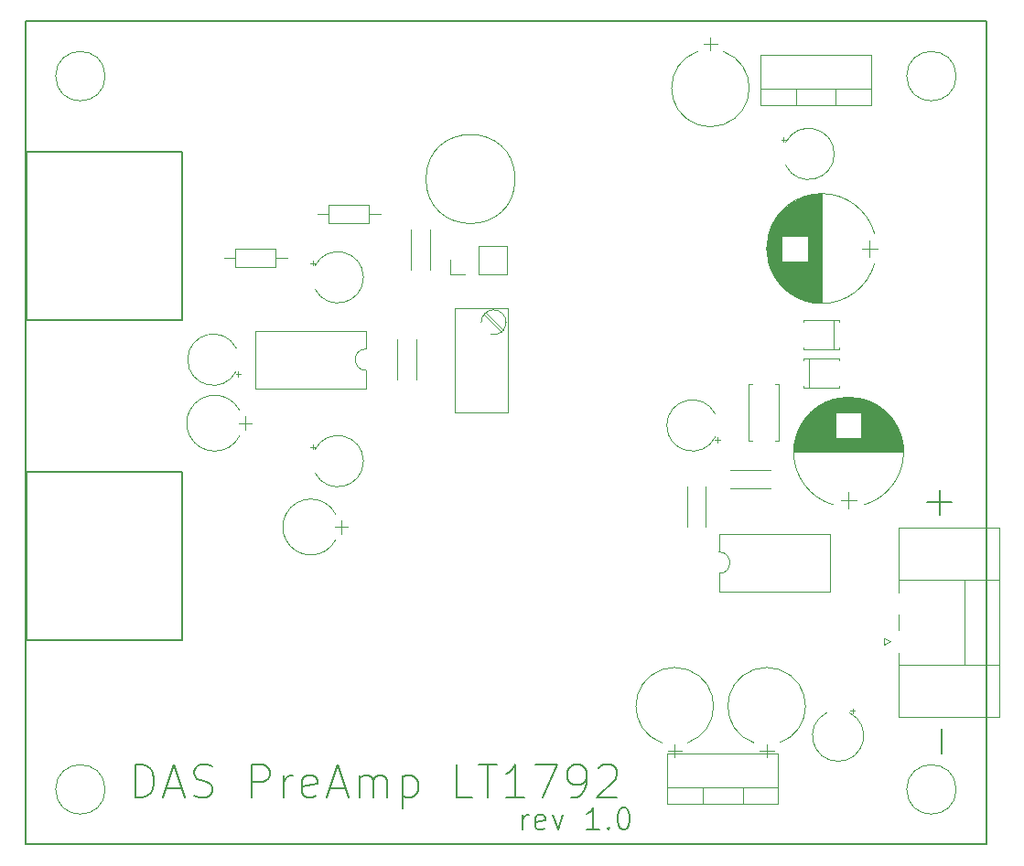
<source format=gbr>
G04 #@! TF.GenerationSoftware,KiCad,Pcbnew,5.1.4-e60b266~84~ubuntu18.04.1*
G04 #@! TF.CreationDate,2019-10-16T17:25:34-03:00*
G04 #@! TF.ProjectId,preamp,70726561-6d70-42e6-9b69-6361645f7063,rev?*
G04 #@! TF.SameCoordinates,Original*
G04 #@! TF.FileFunction,Legend,Top*
G04 #@! TF.FilePolarity,Positive*
%FSLAX45Y45*%
G04 Gerber Fmt 4.5, Leading zero omitted, Abs format (unit mm)*
G04 Created by KiCad (PCBNEW 5.1.4-e60b266~84~ubuntu18.04.1) date 2019-10-16 17:25:34*
%MOMM*%
%LPD*%
G04 APERTURE LIST*
%ADD10C,0.150000*%
%ADD11C,0.200000*%
%ADD12C,0.120000*%
G04 APERTURE END LIST*
D10*
X9682224Y-12561876D02*
X9682224Y-12428543D01*
X9682224Y-12466638D02*
X9691748Y-12447590D01*
X9701271Y-12438067D01*
X9720319Y-12428543D01*
X9739367Y-12428543D01*
X9882224Y-12552352D02*
X9863176Y-12561876D01*
X9825081Y-12561876D01*
X9806033Y-12552352D01*
X9796510Y-12533305D01*
X9796510Y-12457114D01*
X9806033Y-12438067D01*
X9825081Y-12428543D01*
X9863176Y-12428543D01*
X9882224Y-12438067D01*
X9891748Y-12457114D01*
X9891748Y-12476162D01*
X9796510Y-12495209D01*
X9958414Y-12428543D02*
X10006033Y-12561876D01*
X10053652Y-12428543D01*
X10386986Y-12561876D02*
X10272700Y-12561876D01*
X10329843Y-12561876D02*
X10329843Y-12361876D01*
X10310795Y-12390448D01*
X10291748Y-12409495D01*
X10272700Y-12419019D01*
X10472700Y-12542828D02*
X10482224Y-12552352D01*
X10472700Y-12561876D01*
X10463176Y-12552352D01*
X10472700Y-12542828D01*
X10472700Y-12561876D01*
X10606033Y-12361876D02*
X10625081Y-12361876D01*
X10644129Y-12371400D01*
X10653652Y-12380924D01*
X10663176Y-12399971D01*
X10672700Y-12438067D01*
X10672700Y-12485686D01*
X10663176Y-12523781D01*
X10653652Y-12542828D01*
X10644129Y-12552352D01*
X10625081Y-12561876D01*
X10606033Y-12561876D01*
X10586986Y-12552352D01*
X10577462Y-12542828D01*
X10567938Y-12523781D01*
X10558414Y-12485686D01*
X10558414Y-12438067D01*
X10567938Y-12399971D01*
X10577462Y-12380924D01*
X10586986Y-12371400D01*
X10606033Y-12361876D01*
X6097071Y-12264214D02*
X6097071Y-11964214D01*
X6168500Y-11964214D01*
X6211357Y-11978500D01*
X6239928Y-12007071D01*
X6254214Y-12035643D01*
X6268500Y-12092786D01*
X6268500Y-12135643D01*
X6254214Y-12192786D01*
X6239928Y-12221357D01*
X6211357Y-12249928D01*
X6168500Y-12264214D01*
X6097071Y-12264214D01*
X6382786Y-12178500D02*
X6525643Y-12178500D01*
X6354214Y-12264214D02*
X6454214Y-11964214D01*
X6554214Y-12264214D01*
X6639928Y-12249928D02*
X6682786Y-12264214D01*
X6754214Y-12264214D01*
X6782786Y-12249928D01*
X6797071Y-12235643D01*
X6811357Y-12207071D01*
X6811357Y-12178500D01*
X6797071Y-12149928D01*
X6782786Y-12135643D01*
X6754214Y-12121357D01*
X6697071Y-12107071D01*
X6668500Y-12092786D01*
X6654214Y-12078500D01*
X6639928Y-12049928D01*
X6639928Y-12021357D01*
X6654214Y-11992786D01*
X6668500Y-11978500D01*
X6697071Y-11964214D01*
X6768500Y-11964214D01*
X6811357Y-11978500D01*
X7168500Y-12264214D02*
X7168500Y-11964214D01*
X7282786Y-11964214D01*
X7311357Y-11978500D01*
X7325643Y-11992786D01*
X7339928Y-12021357D01*
X7339928Y-12064214D01*
X7325643Y-12092786D01*
X7311357Y-12107071D01*
X7282786Y-12121357D01*
X7168500Y-12121357D01*
X7468500Y-12264214D02*
X7468500Y-12064214D01*
X7468500Y-12121357D02*
X7482786Y-12092786D01*
X7497071Y-12078500D01*
X7525643Y-12064214D01*
X7554214Y-12064214D01*
X7768500Y-12249928D02*
X7739928Y-12264214D01*
X7682786Y-12264214D01*
X7654214Y-12249928D01*
X7639928Y-12221357D01*
X7639928Y-12107071D01*
X7654214Y-12078500D01*
X7682786Y-12064214D01*
X7739928Y-12064214D01*
X7768500Y-12078500D01*
X7782786Y-12107071D01*
X7782786Y-12135643D01*
X7639928Y-12164214D01*
X7897071Y-12178500D02*
X8039928Y-12178500D01*
X7868500Y-12264214D02*
X7968500Y-11964214D01*
X8068500Y-12264214D01*
X8168500Y-12264214D02*
X8168500Y-12064214D01*
X8168500Y-12092786D02*
X8182786Y-12078500D01*
X8211357Y-12064214D01*
X8254214Y-12064214D01*
X8282786Y-12078500D01*
X8297071Y-12107071D01*
X8297071Y-12264214D01*
X8297071Y-12107071D02*
X8311357Y-12078500D01*
X8339928Y-12064214D01*
X8382786Y-12064214D01*
X8411357Y-12078500D01*
X8425643Y-12107071D01*
X8425643Y-12264214D01*
X8568500Y-12064214D02*
X8568500Y-12364214D01*
X8568500Y-12078500D02*
X8597071Y-12064214D01*
X8654214Y-12064214D01*
X8682786Y-12078500D01*
X8697071Y-12092786D01*
X8711357Y-12121357D01*
X8711357Y-12207071D01*
X8697071Y-12235643D01*
X8682786Y-12249928D01*
X8654214Y-12264214D01*
X8597071Y-12264214D01*
X8568500Y-12249928D01*
X9211357Y-12264214D02*
X9068500Y-12264214D01*
X9068500Y-11964214D01*
X9268500Y-11964214D02*
X9439929Y-11964214D01*
X9354214Y-12264214D02*
X9354214Y-11964214D01*
X9697071Y-12264214D02*
X9525643Y-12264214D01*
X9611357Y-12264214D02*
X9611357Y-11964214D01*
X9582786Y-12007071D01*
X9554214Y-12035643D01*
X9525643Y-12049928D01*
X9797071Y-11964214D02*
X9997071Y-11964214D01*
X9868500Y-12264214D01*
X10125643Y-12264214D02*
X10182786Y-12264214D01*
X10211357Y-12249928D01*
X10225643Y-12235643D01*
X10254214Y-12192786D01*
X10268500Y-12135643D01*
X10268500Y-12021357D01*
X10254214Y-11992786D01*
X10239929Y-11978500D01*
X10211357Y-11964214D01*
X10154214Y-11964214D01*
X10125643Y-11978500D01*
X10111357Y-11992786D01*
X10097071Y-12021357D01*
X10097071Y-12092786D01*
X10111357Y-12121357D01*
X10125643Y-12135643D01*
X10154214Y-12149928D01*
X10211357Y-12149928D01*
X10239929Y-12135643D01*
X10254214Y-12121357D01*
X10268500Y-12092786D01*
X10382786Y-11992786D02*
X10397071Y-11978500D01*
X10425643Y-11964214D01*
X10497071Y-11964214D01*
X10525643Y-11978500D01*
X10539929Y-11992786D01*
X10554214Y-12021357D01*
X10554214Y-12049928D01*
X10539929Y-12092786D01*
X10368500Y-12264214D01*
X10554214Y-12264214D01*
X13559628Y-11861786D02*
X13559628Y-11633214D01*
X13423914Y-9533729D02*
X13652486Y-9533729D01*
X13538200Y-9648014D02*
X13538200Y-9419443D01*
D11*
X5080000Y-5080000D02*
X13970000Y-5080000D01*
X13970000Y-5080000D02*
X13970000Y-12700000D01*
X5080000Y-12700000D02*
X13970000Y-12700000D01*
X5080000Y-5080000D02*
X5080000Y-12700000D01*
D10*
X6532890Y-10813034D02*
X6532890Y-9252966D01*
X6532890Y-9252966D02*
X5092710Y-9252966D01*
X5092710Y-9252966D02*
X5092710Y-10813034D01*
X5092710Y-10813034D02*
X6532890Y-10813034D01*
X6532890Y-7850134D02*
X6532890Y-6290066D01*
X6532890Y-6290066D02*
X5092710Y-6290066D01*
X5092710Y-6290066D02*
X5092710Y-7850134D01*
X5092710Y-7850134D02*
X6532890Y-7850134D01*
D12*
X7738571Y-7295100D02*
X7738571Y-7340100D01*
X7716071Y-7317600D02*
X7761071Y-7317600D01*
X7757826Y-7557100D02*
G75*
G03X7757826Y-7345100I211974J106000D01*
G01*
X9271000Y-7422800D02*
X9531000Y-7422800D01*
X9531000Y-7422800D02*
X9531000Y-7156800D01*
X9531000Y-7156800D02*
X9271000Y-7156800D01*
X9271000Y-7156800D02*
X9271000Y-7422800D01*
X9144000Y-7422800D02*
X9011000Y-7422800D01*
X9011000Y-7422800D02*
X9011000Y-7289800D01*
X9609600Y-6540500D02*
G75*
G03X9609600Y-6540500I-412000J0D01*
G01*
X13156200Y-11518400D02*
X14092200Y-11518400D01*
X14092200Y-11518400D02*
X14092200Y-9772400D01*
X14092200Y-9772400D02*
X13156200Y-9772400D01*
X13156200Y-11518400D02*
X13156200Y-10925400D01*
X13156200Y-9772400D02*
X13156200Y-10365400D01*
X13156200Y-10715400D02*
X13156200Y-10575400D01*
X13764200Y-11038400D02*
X13764200Y-10252400D01*
X13156200Y-11038400D02*
X14092200Y-11038400D01*
X13156200Y-10252400D02*
X14092200Y-10252400D01*
X13024200Y-10790400D02*
X13084200Y-10820400D01*
X13084200Y-10820400D02*
X13024200Y-10850400D01*
X13024200Y-10850400D02*
X13024200Y-10790400D01*
X5816600Y-5588000D02*
G75*
G03X5816600Y-5588000I-228600J0D01*
G01*
X8520800Y-8399100D02*
X8520800Y-8027100D01*
X8692800Y-8399100D02*
X8692800Y-8027100D01*
X13690600Y-5588000D02*
G75*
G03X13690600Y-5588000I-228600J0D01*
G01*
X8231800Y-8313100D02*
G75*
G02X8231800Y-8113100I0J100000D01*
G01*
X8231800Y-8113100D02*
X8231800Y-7948100D01*
X8231800Y-7948100D02*
X7203800Y-7948100D01*
X7203800Y-7948100D02*
X7203800Y-8478100D01*
X7203800Y-8478100D02*
X8231800Y-8478100D01*
X8231800Y-8478100D02*
X8231800Y-8313100D01*
X8647800Y-7383100D02*
X8647800Y-7011100D01*
X8819800Y-7383100D02*
X8819800Y-7011100D01*
X11819874Y-11082291D02*
G75*
G03X11820000Y-11760353I118126J-339009D01*
G01*
X12056126Y-11082291D02*
G75*
G02X12056000Y-11760353I-118126J-339009D01*
G01*
X12056126Y-11082291D02*
G75*
G03X11820000Y-11082247I-118126J-339009D01*
G01*
X11938000Y-11891300D02*
X11938000Y-11771300D01*
X11873000Y-11831300D02*
X12003000Y-11831300D01*
X10968974Y-11082291D02*
G75*
G03X10969100Y-11760353I118126J-339009D01*
G01*
X11205226Y-11082291D02*
G75*
G02X11205100Y-11760353I-118126J-339009D01*
G01*
X11205226Y-11082291D02*
G75*
G03X10969100Y-11082247I-118126J-339009D01*
G01*
X11087100Y-11891300D02*
X11087100Y-11771300D01*
X11022100Y-11831300D02*
X11152100Y-11831300D01*
X11956356Y-7322726D02*
G75*
G03X12936136Y-7322400I489844J138326D01*
G01*
X11956356Y-7046074D02*
G75*
G02X12936136Y-7046400I489844J-138326D01*
G01*
X11956356Y-7046074D02*
G75*
G03X11956264Y-7322400I489844J-138326D01*
G01*
X12446200Y-7689400D02*
X12446200Y-6679400D01*
X12442200Y-7689400D02*
X12442200Y-6679400D01*
X12438200Y-7689400D02*
X12438200Y-6679400D01*
X12434200Y-7689300D02*
X12434200Y-6679500D01*
X12430200Y-7689200D02*
X12430200Y-6679600D01*
X12426200Y-7689100D02*
X12426200Y-6679700D01*
X12422200Y-7688900D02*
X12422200Y-6679900D01*
X12418200Y-7688700D02*
X12418200Y-6680100D01*
X12414200Y-7688400D02*
X12414200Y-6680400D01*
X12410200Y-7688200D02*
X12410200Y-6680600D01*
X12406200Y-7687900D02*
X12406200Y-6680900D01*
X12402200Y-7687500D02*
X12402200Y-6681300D01*
X12398200Y-7687200D02*
X12398200Y-6681600D01*
X12394200Y-7686800D02*
X12394200Y-6682000D01*
X12390200Y-7686400D02*
X12390200Y-6682400D01*
X12386200Y-7685900D02*
X12386200Y-6682900D01*
X12382200Y-7685400D02*
X12382200Y-6683400D01*
X12378200Y-7684900D02*
X12378200Y-6683900D01*
X12374100Y-7684300D02*
X12374100Y-6684500D01*
X12370100Y-7683700D02*
X12370100Y-6685100D01*
X12366100Y-7683100D02*
X12366100Y-6685700D01*
X12362100Y-7682500D02*
X12362100Y-6686300D01*
X12358100Y-7681800D02*
X12358100Y-6687000D01*
X12354100Y-7681100D02*
X12354100Y-6687700D01*
X12350100Y-7680300D02*
X12350100Y-6688500D01*
X12346100Y-7679500D02*
X12346100Y-6689300D01*
X12342100Y-7678700D02*
X12342100Y-6690100D01*
X12338100Y-7677900D02*
X12338100Y-6690900D01*
X12334100Y-7677000D02*
X12334100Y-6691800D01*
X12330100Y-7676100D02*
X12330100Y-6692700D01*
X12326100Y-7675100D02*
X12326100Y-6693700D01*
X12322100Y-7674100D02*
X12322100Y-6694700D01*
X12318100Y-7673100D02*
X12318100Y-6695700D01*
X12314100Y-7672000D02*
X12314100Y-7302500D01*
X12314100Y-7066300D02*
X12314100Y-6696800D01*
X12310100Y-7670900D02*
X12310100Y-7302500D01*
X12310100Y-7066300D02*
X12310100Y-6697900D01*
X12306100Y-7669800D02*
X12306100Y-7302500D01*
X12306100Y-7066300D02*
X12306100Y-6699000D01*
X12302100Y-7668700D02*
X12302100Y-7302500D01*
X12302100Y-7066300D02*
X12302100Y-6700100D01*
X12298100Y-7667500D02*
X12298100Y-7302500D01*
X12298100Y-7066300D02*
X12298100Y-6701300D01*
X12294100Y-7666200D02*
X12294100Y-7302500D01*
X12294100Y-7066300D02*
X12294100Y-6702600D01*
X12290100Y-7665000D02*
X12290100Y-7302500D01*
X12290100Y-7066300D02*
X12290100Y-6703800D01*
X12286100Y-7663600D02*
X12286100Y-7302500D01*
X12286100Y-7066300D02*
X12286100Y-6705200D01*
X12282100Y-7662300D02*
X12282100Y-7302500D01*
X12282100Y-7066300D02*
X12282100Y-6706500D01*
X12278100Y-7660900D02*
X12278100Y-7302500D01*
X12278100Y-7066300D02*
X12278100Y-6707900D01*
X12274100Y-7659500D02*
X12274100Y-7302500D01*
X12274100Y-7066300D02*
X12274100Y-6709300D01*
X12270100Y-7658100D02*
X12270100Y-7302500D01*
X12270100Y-7066300D02*
X12270100Y-6710700D01*
X12266100Y-7656600D02*
X12266100Y-7302500D01*
X12266100Y-7066300D02*
X12266100Y-6712200D01*
X12262100Y-7655000D02*
X12262100Y-7302500D01*
X12262100Y-7066300D02*
X12262100Y-6713800D01*
X12258100Y-7653500D02*
X12258100Y-7302500D01*
X12258100Y-7066300D02*
X12258100Y-6715300D01*
X12254100Y-7651800D02*
X12254100Y-7302500D01*
X12254100Y-7066300D02*
X12254100Y-6717000D01*
X12250100Y-7650200D02*
X12250100Y-7302500D01*
X12250100Y-7066300D02*
X12250100Y-6718600D01*
X12246100Y-7648500D02*
X12246100Y-7302500D01*
X12246100Y-7066300D02*
X12246100Y-6720300D01*
X12242100Y-7646800D02*
X12242100Y-7302500D01*
X12242100Y-7066300D02*
X12242100Y-6722000D01*
X12238100Y-7645000D02*
X12238100Y-7302500D01*
X12238100Y-7066300D02*
X12238100Y-6723800D01*
X12234100Y-7643200D02*
X12234100Y-7302500D01*
X12234100Y-7066300D02*
X12234100Y-6725600D01*
X12230100Y-7641300D02*
X12230100Y-7302500D01*
X12230100Y-7066300D02*
X12230100Y-6727500D01*
X12226100Y-7639400D02*
X12226100Y-7302500D01*
X12226100Y-7066300D02*
X12226100Y-6729400D01*
X12222100Y-7637500D02*
X12222100Y-7302500D01*
X12222100Y-7066300D02*
X12222100Y-6731300D01*
X12218100Y-7635500D02*
X12218100Y-7302500D01*
X12218100Y-7066300D02*
X12218100Y-6733300D01*
X12214100Y-7633500D02*
X12214100Y-7302500D01*
X12214100Y-7066300D02*
X12214100Y-6735300D01*
X12210100Y-7631400D02*
X12210100Y-7302500D01*
X12210100Y-7066300D02*
X12210100Y-6737400D01*
X12206100Y-7629300D02*
X12206100Y-7302500D01*
X12206100Y-7066300D02*
X12206100Y-6739500D01*
X12202100Y-7627200D02*
X12202100Y-7302500D01*
X12202100Y-7066300D02*
X12202100Y-6741600D01*
X12198100Y-7624900D02*
X12198100Y-7302500D01*
X12198100Y-7066300D02*
X12198100Y-6743900D01*
X12194100Y-7622700D02*
X12194100Y-7302500D01*
X12194100Y-7066300D02*
X12194100Y-6746100D01*
X12190100Y-7620400D02*
X12190100Y-7302500D01*
X12190100Y-7066300D02*
X12190100Y-6748400D01*
X12186100Y-7618000D02*
X12186100Y-7302500D01*
X12186100Y-7066300D02*
X12186100Y-6750800D01*
X12182100Y-7615600D02*
X12182100Y-7302500D01*
X12182100Y-7066300D02*
X12182100Y-6753200D01*
X12178100Y-7613200D02*
X12178100Y-7302500D01*
X12178100Y-7066300D02*
X12178100Y-6755600D01*
X12174100Y-7610700D02*
X12174100Y-7302500D01*
X12174100Y-7066300D02*
X12174100Y-6758100D01*
X12170100Y-7608100D02*
X12170100Y-7302500D01*
X12170100Y-7066300D02*
X12170100Y-6760700D01*
X12166100Y-7605500D02*
X12166100Y-7302500D01*
X12166100Y-7066300D02*
X12166100Y-6763300D01*
X12162100Y-7602900D02*
X12162100Y-7302500D01*
X12162100Y-7066300D02*
X12162100Y-6765900D01*
X12158100Y-7600100D02*
X12158100Y-7302500D01*
X12158100Y-7066300D02*
X12158100Y-6768700D01*
X12154100Y-7597400D02*
X12154100Y-7302500D01*
X12154100Y-7066300D02*
X12154100Y-6771400D01*
X12150100Y-7594500D02*
X12150100Y-7302500D01*
X12150100Y-7066300D02*
X12150100Y-6774300D01*
X12146100Y-7591600D02*
X12146100Y-7302500D01*
X12146100Y-7066300D02*
X12146100Y-6777200D01*
X12142100Y-7588700D02*
X12142100Y-7302500D01*
X12142100Y-7066300D02*
X12142100Y-6780100D01*
X12138100Y-7585700D02*
X12138100Y-7302500D01*
X12138100Y-7066300D02*
X12138100Y-6783100D01*
X12134100Y-7582600D02*
X12134100Y-7302500D01*
X12134100Y-7066300D02*
X12134100Y-6786200D01*
X12130100Y-7579500D02*
X12130100Y-7302500D01*
X12130100Y-7066300D02*
X12130100Y-6789300D01*
X12126100Y-7576300D02*
X12126100Y-7302500D01*
X12126100Y-7066300D02*
X12126100Y-6792500D01*
X12122100Y-7573000D02*
X12122100Y-7302500D01*
X12122100Y-7066300D02*
X12122100Y-6795800D01*
X12118100Y-7569700D02*
X12118100Y-7302500D01*
X12118100Y-7066300D02*
X12118100Y-6799100D01*
X12114100Y-7566300D02*
X12114100Y-7302500D01*
X12114100Y-7066300D02*
X12114100Y-6802500D01*
X12110100Y-7562800D02*
X12110100Y-7302500D01*
X12110100Y-7066300D02*
X12110100Y-6806000D01*
X12106100Y-7559200D02*
X12106100Y-7302500D01*
X12106100Y-7066300D02*
X12106100Y-6809600D01*
X12102100Y-7555600D02*
X12102100Y-7302500D01*
X12102100Y-7066300D02*
X12102100Y-6813200D01*
X12098100Y-7551900D02*
X12098100Y-7302500D01*
X12098100Y-7066300D02*
X12098100Y-6816900D01*
X12094100Y-7548100D02*
X12094100Y-7302500D01*
X12094100Y-7066300D02*
X12094100Y-6820700D01*
X12090100Y-7544200D02*
X12090100Y-7302500D01*
X12090100Y-7066300D02*
X12090100Y-6824600D01*
X12086100Y-7540300D02*
X12086100Y-7302500D01*
X12086100Y-7066300D02*
X12086100Y-6828500D01*
X12082100Y-7536200D02*
X12082100Y-7302500D01*
X12082100Y-7066300D02*
X12082100Y-6832600D01*
X12078100Y-7532100D02*
X12078100Y-6836700D01*
X12074100Y-7527900D02*
X12074100Y-6840900D01*
X12070100Y-7523500D02*
X12070100Y-6845300D01*
X12066100Y-7519100D02*
X12066100Y-6849700D01*
X12062100Y-7514600D02*
X12062100Y-6854200D01*
X12058100Y-7509900D02*
X12058100Y-6858900D01*
X12054100Y-7505100D02*
X12054100Y-6863700D01*
X12050100Y-7500200D02*
X12050100Y-6868600D01*
X12046100Y-7495200D02*
X12046100Y-6873600D01*
X12042100Y-7490100D02*
X12042100Y-6878700D01*
X12038100Y-7484800D02*
X12038100Y-6884000D01*
X12034100Y-7479300D02*
X12034100Y-6889500D01*
X12030100Y-7473800D02*
X12030100Y-6895000D01*
X12026100Y-7468000D02*
X12026100Y-6900800D01*
X12022100Y-7462100D02*
X12022100Y-6906700D01*
X12018100Y-7455900D02*
X12018100Y-6912900D01*
X12014100Y-7449600D02*
X12014100Y-6919200D01*
X12010100Y-7443100D02*
X12010100Y-6925700D01*
X12006100Y-7436300D02*
X12006100Y-6932500D01*
X12002100Y-7429300D02*
X12002100Y-6939500D01*
X11998100Y-7422100D02*
X11998100Y-6946700D01*
X11994100Y-7414500D02*
X11994100Y-6954300D01*
X11990100Y-7406600D02*
X11990100Y-6962200D01*
X11986100Y-7398400D02*
X11986100Y-6970400D01*
X11982100Y-7389700D02*
X11982100Y-6979100D01*
X11978100Y-7380600D02*
X11978100Y-6988200D01*
X11974100Y-7371000D02*
X11974100Y-6997800D01*
X11970100Y-7360700D02*
X11970100Y-7008100D01*
X11966100Y-7349800D02*
X11966100Y-7019000D01*
X11962100Y-7338000D02*
X11962100Y-7030800D01*
X11958100Y-7325100D02*
X11958100Y-7043700D01*
X11954100Y-7310900D02*
X11954100Y-7057900D01*
X11950100Y-7294800D02*
X11950100Y-7074000D01*
X11946100Y-7275700D02*
X11946100Y-7093100D01*
X11942100Y-7251600D02*
X11942100Y-7117200D01*
X11938100Y-7212300D02*
X11938100Y-7156500D01*
X12966200Y-7184400D02*
X12816200Y-7184400D01*
X12891200Y-7259400D02*
X12891200Y-7109400D01*
X12276200Y-8222100D02*
X12276200Y-8204100D01*
X12276200Y-8204100D02*
X12608200Y-8204100D01*
X12608200Y-8204100D02*
X12608200Y-8222100D01*
X12276200Y-8458100D02*
X12276200Y-8476100D01*
X12276200Y-8476100D02*
X12608200Y-8476100D01*
X12608200Y-8476100D02*
X12608200Y-8458100D01*
X12330200Y-8204100D02*
X12330200Y-8476100D01*
X12608200Y-8102500D02*
X12608200Y-8120500D01*
X12608200Y-8120500D02*
X12276200Y-8120500D01*
X12276200Y-8120500D02*
X12276200Y-8102500D01*
X12608200Y-7866500D02*
X12608200Y-7848500D01*
X12608200Y-7848500D02*
X12276200Y-7848500D01*
X12276200Y-7848500D02*
X12276200Y-7866500D01*
X12554200Y-8120500D02*
X12554200Y-7848500D01*
X7887400Y-6780900D02*
X7887400Y-6952900D01*
X7887400Y-6952900D02*
X8259400Y-6952900D01*
X8259400Y-6952900D02*
X8259400Y-6780900D01*
X8259400Y-6780900D02*
X7887400Y-6780900D01*
X7780400Y-6866900D02*
X7887400Y-6866900D01*
X8366400Y-6866900D02*
X8259400Y-6866900D01*
X7023800Y-7187300D02*
X7023800Y-7359300D01*
X7023800Y-7359300D02*
X7395800Y-7359300D01*
X7395800Y-7359300D02*
X7395800Y-7187300D01*
X7395800Y-7187300D02*
X7023800Y-7187300D01*
X6916800Y-7273300D02*
X7023800Y-7273300D01*
X7502800Y-7273300D02*
X7395800Y-7273300D01*
X9295970Y-7871431D02*
G75*
G02X9526900Y-7867400I115430J4031D01*
G01*
X9526805Y-7865388D02*
G75*
G02X9387400Y-7980300I-115405J-2012D01*
G01*
X9049400Y-8699400D02*
X9049400Y-7734400D01*
X9544500Y-8699400D02*
X9544500Y-7734400D01*
X9049400Y-8699400D02*
X9544500Y-8699400D01*
X9049400Y-7734400D02*
X9544500Y-7734400D01*
X9338000Y-7779800D02*
X9499000Y-7940900D01*
X9323900Y-7793800D02*
X9484900Y-7955000D01*
X11496400Y-9992700D02*
G75*
G02X11496400Y-10192700I0J-100000D01*
G01*
X11496400Y-10192700D02*
X11496400Y-10357700D01*
X11496400Y-10357700D02*
X12524400Y-10357700D01*
X12524400Y-10357700D02*
X12524400Y-9827700D01*
X12524400Y-9827700D02*
X11496400Y-9827700D01*
X11496400Y-9827700D02*
X11496400Y-9992700D01*
X12903400Y-5858900D02*
X11879400Y-5858900D01*
X12903400Y-5394800D02*
X11879400Y-5394800D01*
X12903400Y-5858900D02*
X12903400Y-5394800D01*
X11879400Y-5858900D02*
X11879400Y-5394800D01*
X12903400Y-5707900D02*
X11879400Y-5707900D01*
X12576400Y-5858900D02*
X12576400Y-5707900D01*
X12206300Y-5858900D02*
X12206300Y-5707900D01*
X12043600Y-12327000D02*
X11019600Y-12327000D01*
X12043600Y-11862900D02*
X11019600Y-11862900D01*
X12043600Y-12327000D02*
X12043600Y-11862900D01*
X11019600Y-12327000D02*
X11019600Y-11862900D01*
X12043600Y-12176000D02*
X11019600Y-12176000D01*
X11716600Y-12327000D02*
X11716600Y-12176000D01*
X11346500Y-12327000D02*
X11346500Y-12176000D01*
X11599600Y-9232000D02*
X11971600Y-9232000D01*
X11599600Y-9404000D02*
X11971600Y-9404000D01*
X11200500Y-9758000D02*
X11200500Y-9386000D01*
X11372500Y-9758000D02*
X11372500Y-9386000D01*
X5816600Y-12192000D02*
G75*
G03X5816600Y-12192000I-228600J0D01*
G01*
X6600028Y-8919072D02*
G75*
G03X7061158Y-8919100I230572J117972D01*
G01*
X6600028Y-8683128D02*
G75*
G02X7061158Y-8683100I230572J-117972D01*
G01*
X6600028Y-8683128D02*
G75*
G03X6600042Y-8919100I230572J-117972D01*
G01*
X7175600Y-8801100D02*
X7055600Y-8801100D01*
X7115600Y-8866100D02*
X7115600Y-8736100D01*
X13690600Y-12192000D02*
G75*
G03X13690600Y-12192000I-228600J0D01*
G01*
X12557874Y-8578156D02*
G75*
G03X12558200Y-9557936I138326J-489844D01*
G01*
X12834526Y-8578156D02*
G75*
G02X12834200Y-9557936I-138326J-489844D01*
G01*
X12834526Y-8578156D02*
G75*
G03X12558200Y-8578064I-138326J-489844D01*
G01*
X12191200Y-9068000D02*
X13201200Y-9068000D01*
X12191200Y-9064000D02*
X13201200Y-9064000D01*
X12191200Y-9060000D02*
X13201200Y-9060000D01*
X12191300Y-9056000D02*
X13201100Y-9056000D01*
X12191400Y-9052000D02*
X13201000Y-9052000D01*
X12191500Y-9048000D02*
X13200900Y-9048000D01*
X12191700Y-9044000D02*
X13200700Y-9044000D01*
X12191900Y-9040000D02*
X13200500Y-9040000D01*
X12192200Y-9036000D02*
X13200200Y-9036000D01*
X12192400Y-9032000D02*
X13200000Y-9032000D01*
X12192700Y-9028000D02*
X13199700Y-9028000D01*
X12193100Y-9024000D02*
X13199300Y-9024000D01*
X12193400Y-9020000D02*
X13199000Y-9020000D01*
X12193800Y-9016000D02*
X13198600Y-9016000D01*
X12194200Y-9012000D02*
X13198200Y-9012000D01*
X12194700Y-9008000D02*
X13197700Y-9008000D01*
X12195200Y-9004000D02*
X13197200Y-9004000D01*
X12195700Y-9000000D02*
X13196700Y-9000000D01*
X12196300Y-8995900D02*
X13196100Y-8995900D01*
X12196900Y-8991900D02*
X13195500Y-8991900D01*
X12197500Y-8987900D02*
X13194900Y-8987900D01*
X12198100Y-8983900D02*
X13194300Y-8983900D01*
X12198800Y-8979900D02*
X13193600Y-8979900D01*
X12199500Y-8975900D02*
X13192900Y-8975900D01*
X12200300Y-8971900D02*
X13192100Y-8971900D01*
X12201100Y-8967900D02*
X13191300Y-8967900D01*
X12201900Y-8963900D02*
X13190500Y-8963900D01*
X12202700Y-8959900D02*
X13189700Y-8959900D01*
X12203600Y-8955900D02*
X13188800Y-8955900D01*
X12204500Y-8951900D02*
X13187900Y-8951900D01*
X12205500Y-8947900D02*
X13186900Y-8947900D01*
X12206500Y-8943900D02*
X13185900Y-8943900D01*
X12207500Y-8939900D02*
X13184900Y-8939900D01*
X12208600Y-8935900D02*
X12578100Y-8935900D01*
X12814300Y-8935900D02*
X13183800Y-8935900D01*
X12209700Y-8931900D02*
X12578100Y-8931900D01*
X12814300Y-8931900D02*
X13182700Y-8931900D01*
X12210800Y-8927900D02*
X12578100Y-8927900D01*
X12814300Y-8927900D02*
X13181600Y-8927900D01*
X12211900Y-8923900D02*
X12578100Y-8923900D01*
X12814300Y-8923900D02*
X13180500Y-8923900D01*
X12213100Y-8919900D02*
X12578100Y-8919900D01*
X12814300Y-8919900D02*
X13179300Y-8919900D01*
X12214400Y-8915900D02*
X12578100Y-8915900D01*
X12814300Y-8915900D02*
X13178000Y-8915900D01*
X12215600Y-8911900D02*
X12578100Y-8911900D01*
X12814300Y-8911900D02*
X13176800Y-8911900D01*
X12217000Y-8907900D02*
X12578100Y-8907900D01*
X12814300Y-8907900D02*
X13175400Y-8907900D01*
X12218300Y-8903900D02*
X12578100Y-8903900D01*
X12814300Y-8903900D02*
X13174100Y-8903900D01*
X12219700Y-8899900D02*
X12578100Y-8899900D01*
X12814300Y-8899900D02*
X13172700Y-8899900D01*
X12221100Y-8895900D02*
X12578100Y-8895900D01*
X12814300Y-8895900D02*
X13171300Y-8895900D01*
X12222500Y-8891900D02*
X12578100Y-8891900D01*
X12814300Y-8891900D02*
X13169900Y-8891900D01*
X12224000Y-8887900D02*
X12578100Y-8887900D01*
X12814300Y-8887900D02*
X13168400Y-8887900D01*
X12225600Y-8883900D02*
X12578100Y-8883900D01*
X12814300Y-8883900D02*
X13166800Y-8883900D01*
X12227100Y-8879900D02*
X12578100Y-8879900D01*
X12814300Y-8879900D02*
X13165300Y-8879900D01*
X12228800Y-8875900D02*
X12578100Y-8875900D01*
X12814300Y-8875900D02*
X13163600Y-8875900D01*
X12230400Y-8871900D02*
X12578100Y-8871900D01*
X12814300Y-8871900D02*
X13162000Y-8871900D01*
X12232100Y-8867900D02*
X12578100Y-8867900D01*
X12814300Y-8867900D02*
X13160300Y-8867900D01*
X12233800Y-8863900D02*
X12578100Y-8863900D01*
X12814300Y-8863900D02*
X13158600Y-8863900D01*
X12235600Y-8859900D02*
X12578100Y-8859900D01*
X12814300Y-8859900D02*
X13156800Y-8859900D01*
X12237400Y-8855900D02*
X12578100Y-8855900D01*
X12814300Y-8855900D02*
X13155000Y-8855900D01*
X12239300Y-8851900D02*
X12578100Y-8851900D01*
X12814300Y-8851900D02*
X13153100Y-8851900D01*
X12241200Y-8847900D02*
X12578100Y-8847900D01*
X12814300Y-8847900D02*
X13151200Y-8847900D01*
X12243100Y-8843900D02*
X12578100Y-8843900D01*
X12814300Y-8843900D02*
X13149300Y-8843900D01*
X12245100Y-8839900D02*
X12578100Y-8839900D01*
X12814300Y-8839900D02*
X13147300Y-8839900D01*
X12247100Y-8835900D02*
X12578100Y-8835900D01*
X12814300Y-8835900D02*
X13145300Y-8835900D01*
X12249200Y-8831900D02*
X12578100Y-8831900D01*
X12814300Y-8831900D02*
X13143200Y-8831900D01*
X12251300Y-8827900D02*
X12578100Y-8827900D01*
X12814300Y-8827900D02*
X13141100Y-8827900D01*
X12253400Y-8823900D02*
X12578100Y-8823900D01*
X12814300Y-8823900D02*
X13139000Y-8823900D01*
X12255700Y-8819900D02*
X12578100Y-8819900D01*
X12814300Y-8819900D02*
X13136700Y-8819900D01*
X12257900Y-8815900D02*
X12578100Y-8815900D01*
X12814300Y-8815900D02*
X13134500Y-8815900D01*
X12260200Y-8811900D02*
X12578100Y-8811900D01*
X12814300Y-8811900D02*
X13132200Y-8811900D01*
X12262600Y-8807900D02*
X12578100Y-8807900D01*
X12814300Y-8807900D02*
X13129800Y-8807900D01*
X12265000Y-8803900D02*
X12578100Y-8803900D01*
X12814300Y-8803900D02*
X13127400Y-8803900D01*
X12267400Y-8799900D02*
X12578100Y-8799900D01*
X12814300Y-8799900D02*
X13125000Y-8799900D01*
X12269900Y-8795900D02*
X12578100Y-8795900D01*
X12814300Y-8795900D02*
X13122500Y-8795900D01*
X12272500Y-8791900D02*
X12578100Y-8791900D01*
X12814300Y-8791900D02*
X13119900Y-8791900D01*
X12275100Y-8787900D02*
X12578100Y-8787900D01*
X12814300Y-8787900D02*
X13117300Y-8787900D01*
X12277700Y-8783900D02*
X12578100Y-8783900D01*
X12814300Y-8783900D02*
X13114700Y-8783900D01*
X12280500Y-8779900D02*
X12578100Y-8779900D01*
X12814300Y-8779900D02*
X13111900Y-8779900D01*
X12283200Y-8775900D02*
X12578100Y-8775900D01*
X12814300Y-8775900D02*
X13109200Y-8775900D01*
X12286100Y-8771900D02*
X12578100Y-8771900D01*
X12814300Y-8771900D02*
X13106300Y-8771900D01*
X12289000Y-8767900D02*
X12578100Y-8767900D01*
X12814300Y-8767900D02*
X13103400Y-8767900D01*
X12291900Y-8763900D02*
X12578100Y-8763900D01*
X12814300Y-8763900D02*
X13100500Y-8763900D01*
X12294900Y-8759900D02*
X12578100Y-8759900D01*
X12814300Y-8759900D02*
X13097500Y-8759900D01*
X12298000Y-8755900D02*
X12578100Y-8755900D01*
X12814300Y-8755900D02*
X13094400Y-8755900D01*
X12301100Y-8751900D02*
X12578100Y-8751900D01*
X12814300Y-8751900D02*
X13091300Y-8751900D01*
X12304300Y-8747900D02*
X12578100Y-8747900D01*
X12814300Y-8747900D02*
X13088100Y-8747900D01*
X12307600Y-8743900D02*
X12578100Y-8743900D01*
X12814300Y-8743900D02*
X13084800Y-8743900D01*
X12310900Y-8739900D02*
X12578100Y-8739900D01*
X12814300Y-8739900D02*
X13081500Y-8739900D01*
X12314300Y-8735900D02*
X12578100Y-8735900D01*
X12814300Y-8735900D02*
X13078100Y-8735900D01*
X12317800Y-8731900D02*
X12578100Y-8731900D01*
X12814300Y-8731900D02*
X13074600Y-8731900D01*
X12321400Y-8727900D02*
X12578100Y-8727900D01*
X12814300Y-8727900D02*
X13071000Y-8727900D01*
X12325000Y-8723900D02*
X12578100Y-8723900D01*
X12814300Y-8723900D02*
X13067400Y-8723900D01*
X12328700Y-8719900D02*
X12578100Y-8719900D01*
X12814300Y-8719900D02*
X13063700Y-8719900D01*
X12332500Y-8715900D02*
X12578100Y-8715900D01*
X12814300Y-8715900D02*
X13059900Y-8715900D01*
X12336400Y-8711900D02*
X12578100Y-8711900D01*
X12814300Y-8711900D02*
X13056000Y-8711900D01*
X12340300Y-8707900D02*
X12578100Y-8707900D01*
X12814300Y-8707900D02*
X13052100Y-8707900D01*
X12344400Y-8703900D02*
X12578100Y-8703900D01*
X12814300Y-8703900D02*
X13048000Y-8703900D01*
X12348500Y-8699900D02*
X13043900Y-8699900D01*
X12352700Y-8695900D02*
X13039700Y-8695900D01*
X12357100Y-8691900D02*
X13035300Y-8691900D01*
X12361500Y-8687900D02*
X13030900Y-8687900D01*
X12366000Y-8683900D02*
X13026400Y-8683900D01*
X12370700Y-8679900D02*
X13021700Y-8679900D01*
X12375500Y-8675900D02*
X13016900Y-8675900D01*
X12380400Y-8671900D02*
X13012000Y-8671900D01*
X12385400Y-8667900D02*
X13007000Y-8667900D01*
X12390500Y-8663900D02*
X13001900Y-8663900D01*
X12395800Y-8659900D02*
X12996600Y-8659900D01*
X12401300Y-8655900D02*
X12991100Y-8655900D01*
X12406800Y-8651900D02*
X12985600Y-8651900D01*
X12412600Y-8647900D02*
X12979800Y-8647900D01*
X12418500Y-8643900D02*
X12973900Y-8643900D01*
X12424700Y-8639900D02*
X12967700Y-8639900D01*
X12431000Y-8635900D02*
X12961400Y-8635900D01*
X12437500Y-8631900D02*
X12954900Y-8631900D01*
X12444300Y-8627900D02*
X12948100Y-8627900D01*
X12451300Y-8623900D02*
X12941100Y-8623900D01*
X12458500Y-8619900D02*
X12933900Y-8619900D01*
X12466100Y-8615900D02*
X12926300Y-8615900D01*
X12474000Y-8611900D02*
X12918400Y-8611900D01*
X12482200Y-8607900D02*
X12910200Y-8607900D01*
X12490900Y-8603900D02*
X12901500Y-8603900D01*
X12500000Y-8599900D02*
X12892400Y-8599900D01*
X12509600Y-8595900D02*
X12882800Y-8595900D01*
X12519900Y-8591900D02*
X12872500Y-8591900D01*
X12530800Y-8587900D02*
X12861600Y-8587900D01*
X12542600Y-8583900D02*
X12849800Y-8583900D01*
X12555500Y-8579900D02*
X12836900Y-8579900D01*
X12569700Y-8575900D02*
X12822700Y-8575900D01*
X12585800Y-8571900D02*
X12806600Y-8571900D01*
X12604900Y-8567900D02*
X12787500Y-8567900D01*
X12629000Y-8563900D02*
X12763400Y-8563900D01*
X12668300Y-8559900D02*
X12724100Y-8559900D01*
X12696200Y-9588000D02*
X12696200Y-9438000D01*
X12621200Y-9513000D02*
X12771200Y-9513000D01*
X11535426Y-6037309D02*
G75*
G03X11535300Y-5359247I-118126J339009D01*
G01*
X11299174Y-6037309D02*
G75*
G02X11299300Y-5359247I118126J339009D01*
G01*
X11299174Y-6037309D02*
G75*
G03X11535300Y-6037353I118126J339009D01*
G01*
X11417300Y-5228300D02*
X11417300Y-5348300D01*
X11482300Y-5288300D02*
X11352300Y-5288300D01*
X7489228Y-9880472D02*
G75*
G03X7950358Y-9880500I230572J117972D01*
G01*
X7489228Y-9644528D02*
G75*
G02X7950358Y-9644500I230572J-117972D01*
G01*
X7489228Y-9644528D02*
G75*
G03X7489242Y-9880500I230572J-117972D01*
G01*
X8064800Y-9762500D02*
X7944800Y-9762500D01*
X8004800Y-9827500D02*
X8004800Y-9697500D01*
X11771800Y-8961700D02*
X11771800Y-8437700D01*
X12045800Y-8961700D02*
X12045800Y-8437700D01*
X11771800Y-8961700D02*
X11803300Y-8961700D01*
X12014300Y-8961700D02*
X12045800Y-8961700D01*
X11771800Y-8437700D02*
X11803300Y-8437700D01*
X12014300Y-8437700D02*
X12045800Y-8437700D01*
X11462374Y-8716700D02*
G75*
G03X11462374Y-8928700I-211974J-106000D01*
G01*
X11504129Y-8956200D02*
X11459129Y-8956200D01*
X11481629Y-8978700D02*
X11481629Y-8933700D01*
X12754400Y-11463471D02*
X12709400Y-11463471D01*
X12731900Y-11440971D02*
X12731900Y-11485971D01*
X12492400Y-11482726D02*
G75*
G03X12704400Y-11482726I106000J-211974D01*
G01*
X7030074Y-8107100D02*
G75*
G03X7030074Y-8319100I-211974J-106000D01*
G01*
X7071829Y-8346600D02*
X7026829Y-8346600D01*
X7049329Y-8369100D02*
X7049329Y-8324100D01*
X7738571Y-8996900D02*
X7738571Y-9041900D01*
X7716071Y-9019400D02*
X7761071Y-9019400D01*
X7757826Y-9258900D02*
G75*
G03X7757826Y-9046900I211974J106000D01*
G01*
X12113926Y-6414100D02*
G75*
G03X12113926Y-6202100I211974J106000D01*
G01*
X12072171Y-6174600D02*
X12117171Y-6174600D01*
X12094671Y-6152100D02*
X12094671Y-6197100D01*
M02*

</source>
